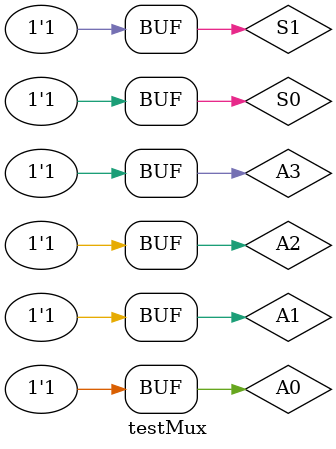
<source format=v>
module mux4to1(A0, A1, A2, A3, S0, S1, Y);
input A0, A1, A2, A3, S0, S1; 
output Y;
wire w1 , w2; 

assign w1 = ~S0; 
assign w2 = ~S1; 
assign Y = (w1 & w2 & A0) | (w1 & S1 & A1) | (S0 & w2 & A2) | (S0 & S1 & A3);

endmodule


module testMux;
reg A0, A1, A2, A3, S0, S1; 
wire Y; 
    mux4to1 i(A0, A1, A2, A3, S0, S1, Y);
initial 
begin
        S0 = 1'b0; 
        S1= 1'b0;
        A0 = 1'b0; 
        A1 = 1'b0; 
        A2 = 1'b0; 
        A3 = 1'b0; 

        $monitor("Time = %0t, S1 = %b , S2 = %b , A0 = %b , A1 = %b , A2 = %b , A3 = %b , Y = %b", $time , S0, S1, A0, A1, A2, A3, Y);
        #5 S0=1'b0; S1=1'b0; A0=1'b1;
        #5 S0=1'b0; S1=1'b1; A1=1'b0;
        #5 S0=1'b0; S1=1'b1; A1=1'b1;
        #5 S0=1'b1; S1=1'b0; A2=1'b0;
        #5 S0=1'b1; S1=1'b0; A2=1'b1;
        #5 S0=1'b1; S1=1'b1; A3=1'b0;
        #5 S0=1'b1; S1=1'b1; A3=1'b1;
end
endmodule
    
</source>
